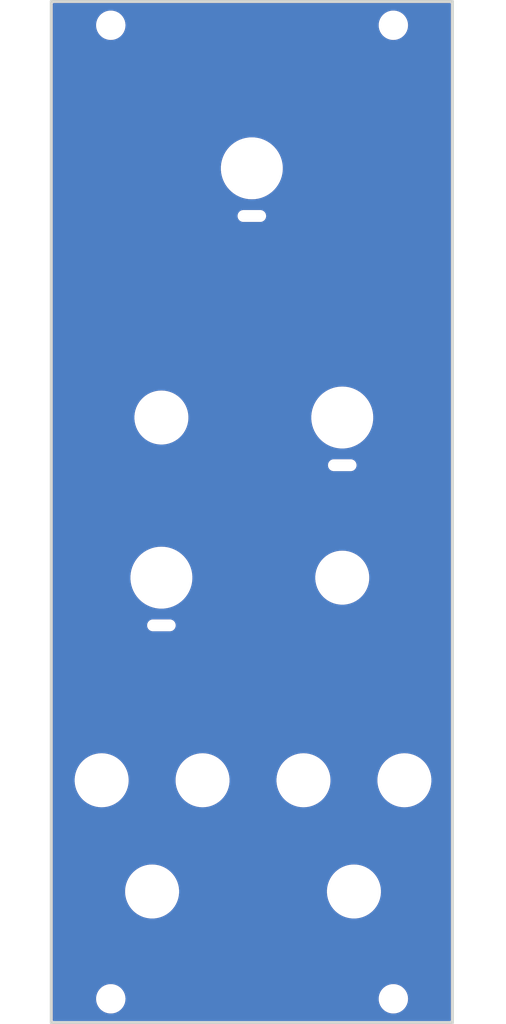
<source format=kicad_pcb>
(kicad_pcb (version 20211014) (generator pcbnew)
  (title_block (title "Eurorack Panel for VCF-SV") (date "2022-12-11") (rev "1.2") (company "Len Popp") (comment 1 "Copyright © 2022 Len Popp CC BY") (comment 2 "10 HP"))
  (layers (0 "F.Cu" signal) (31 "B.Cu" signal) (34 "B.Paste" user) (35 "F.Paste" user) (36 "B.SilkS" user "B.Silkscreen") (37 "F.SilkS" user "F.Silkscreen") (38 "B.Mask" user) (39 "F.Mask" user) (44 "Edge.Cuts" user))
  (net 0 "")
  (footprint "-lmp-holes:MountingHole_Panel_3.2mm_M3" (layer "F.Cu") (at 127.5 53)
    (fp_text reference "REF**" hide)
    (fp_text value "MountingHole_Panel_3.2mm_M3")
    (pad "" np_thru_hole circle locked (at 0 0) (size 3.2 3.2) (drill 3.2) (layers *.Cu *.Mask))
  )
  (footprint "-lmp-holes:MountingHole_Panel_3.2mm_M3" (layer "F.Cu") (at 127.5 175.5)
    (fp_text reference "REF**" hide)
    (fp_text value "MountingHole_Panel_3.2mm_M3")
    (pad "" np_thru_hole circle locked (at 0 0) (size 3.2 3.2) (drill 3.2) (layers *.Cu *.Mask))
  )
  (footprint "-lmp-holes:MountingHole_Panel_3.2mm_M3" (layer "F.Cu") (at 163.06 53)
    (fp_text reference "REF**" hide)
    (fp_text value "MountingHole_Panel_3.2mm_M3")
    (pad "" np_thru_hole circle locked (at 0 0) (size 3.2 3.2) (drill 3.2) (layers *.Cu *.Mask))
  )
  (footprint "-lmp-holes:MountingHole_Panel_3.2mm_M3" (layer "F.Cu") (at 163.06 175.5)
    (fp_text reference "REF**" hide)
    (fp_text value "MountingHole_Panel_3.2mm_M3")
    (pad "" np_thru_hole circle locked (at 0 0) (size 3.2 3.2) (drill 3.2) (layers *.Cu *.Mask))
  )
  (footprint "-lmp-holes:MountingHole_Jack_3.5mm_PJ398" (layer "F.Cu") (at 151.75 148)
    (fp_text reference "REF**" hide)
    (fp_text value "MountingHole_Jack_3.5mm_PJ398")
    (pad "" np_thru_hole circle locked (at 0 0) (size 6.3 6.3) (drill 6.3) (layers *.Cu *.Mask))
  )
  (footprint "-lmp-holes:MountingHole_Jack_3.5mm_PJ398" (layer "F.Cu") (at 164.45 148)
    (fp_text reference "REF**" hide)
    (fp_text value "MountingHole_Jack_3.5mm_PJ398")
    (pad "" np_thru_hole circle locked (at 0 0) (size 6.3 6.3) (drill 6.3) (layers *.Cu *.Mask))
  )
  (footprint "-lmp-holes:MountingHole_Pot_Alpha" (layer "F.Cu") (at 156.63 102.36)
    (fp_text reference "REF**" hide)
    (fp_text value "MountingHole_Pot_Alpha")
    (pad "" np_thru_hole circle (at 0 0) (size 7.3 7.3) (drill 7.3) (layers *.Cu *.Mask))
    (pad "" np_thru_hole oval (at 0 6) (size 3.1 1) (drill oval 3.1 1) (layers F&B.Cu *.Mask))
  )
  (footprint "-lmp-holes:MountingHole_Pot_SongHuei" (layer "F.Cu") (at 156.63 122.51)
    (fp_text reference "REF**" hide)
    (fp_text value "MountingHole_Pot_SongHuei")
    (pad "" np_thru_hole circle (at 0 0) (size 6.3 6.3) (drill 6.3) (layers F&B.Cu *.Mask))
  )
  (footprint "-lmp-holes:MountingHole_Jack_3.5mm_PJ398" (layer "F.Cu") (at 158.1 162)
    (fp_text reference "REF**" hide)
    (fp_text value "MountingHole_Jack_3.5mm_PJ398")
    (pad "" np_thru_hole circle locked (at 0 0) (size 6.3 6.3) (drill 6.3) (layers *.Cu *.Mask))
  )
  (footprint "-lmp-holes:MountingHole_Pot_Alpha" (layer "F.Cu") (at 133.87 122.51)
    (fp_text reference "REF**" hide)
    (fp_text value "MountingHole_Pot_Alpha")
    (pad "" np_thru_hole oval (at 0 6) (size 3.1 1) (drill oval 3.1 1) (layers F&B.Cu *.Mask))
    (pad "" np_thru_hole circle (at 0 0) (size 7.3 7.3) (drill 7.3) (layers *.Cu *.Mask))
  )
  (footprint "-lmp-holes:MountingHole_Jack_3.5mm_PJ398" (layer "F.Cu") (at 126.35 148)
    (fp_text reference "REF**" hide)
    (fp_text value "MountingHole_Jack_3.5mm_PJ398")
    (pad "" np_thru_hole circle locked (at 0 0) (size 6.3 6.3) (drill 6.3) (layers *.Cu *.Mask))
  )
  (footprint "-lmp-holes:MountingHole_Jack_3.5mm_PJ398" (layer "F.Cu") (at 132.7 162)
    (fp_text reference "REF**" hide)
    (fp_text value "MountingHole_Jack_3.5mm_PJ398")
    (pad "" np_thru_hole circle locked (at 0 0) (size 6.3 6.3) (drill 6.3) (layers *.Cu *.Mask))
  )
  (footprint "-lmp-holes:MountingHole_Pot_SongHuei" (layer "F.Cu") (at 133.87 102.36)
    (fp_text reference "REF**" hide)
    (fp_text value "MountingHole_Pot_SongHuei")
    (pad "" np_thru_hole circle (at 0 0) (size 6.3 6.3) (drill 6.3) (layers F&B.Cu *.Mask))
  )
  (footprint "-lmp-holes:MountingHole_Pot_Alpha" (layer "F.Cu") (at 145.25 71)
    (fp_text reference "REF**" hide)
    (fp_text value "MountingHole_Pot_Alpha")
    (pad "" np_thru_hole circle (at 0 0) (size 7.3 7.3) (drill 7.3) (layers *.Cu *.Mask))
    (pad "" np_thru_hole oval (at 0 6) (size 3.1 1) (drill oval 3.1 1) (layers F&B.Cu *.Mask))
  )
  (footprint "-lmp-holes:MountingHole_Jack_3.5mm_PJ398" (layer "F.Cu") (at 139.05 148)
    (fp_text reference "REF**" hide)
    (fp_text value "MountingHole_Jack_3.5mm_PJ398")
    (pad "" np_thru_hole circle locked (at 0 0) (size 6.3 6.3) (drill 6.3) (layers *.Cu *.Mask))
  )
  (gr_line (start 120 178.5) (end 120 50) (layer "Edge.Cuts") (width 0.3556))
  (gr_line (start 170.5 50) (end 170.5 178.5) (layer "Edge.Cuts") (width 0.3556))
  (gr_line (start 120 50) (end 170.5 50) (layer "Edge.Cuts") (width 0.3556))
  (gr_line (start 170.5 178.5) (end 120 178.5) (layer "Edge.Cuts") (width 0.3556))
  (zone (net 0) (net_name "") (layers F&B.Cu) (connect_pads (clearance 0.2032)) (min_thickness 0.2032) (fill yes (thermal_gap 0.508) (thermal_bridge_width 0.508))
    (polygon (pts (xy 170.6 178.6) (xy 119.9 178.6) (xy 119.9 49.9) (xy 170.6 49.9)))
  )
)
</source>
